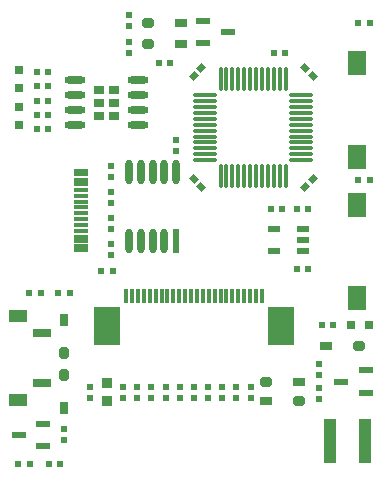
<source format=gbp>
G04*
G04 #@! TF.GenerationSoftware,Altium Limited,Altium Designer,23.4.1 (23)*
G04*
G04 Layer_Color=128*
%FSLAX25Y25*%
%MOIN*%
G70*
G04*
G04 #@! TF.SameCoordinates,517BF390-C1E0-4631-B7DD-1789FC60F1BE*
G04*
G04*
G04 #@! TF.FilePolarity,Positive*
G04*
G01*
G75*
%ADD43R,0.04331X0.14567*%
%ADD44R,0.01181X0.04724*%
%ADD45R,0.08661X0.12992*%
%ADD46R,0.03347X0.03543*%
%ADD47R,0.02165X0.02362*%
%ADD48O,0.02362X0.08268*%
%ADD49R,0.02362X0.08268*%
%ADD50R,0.02362X0.02165*%
%ADD51R,0.04134X0.02362*%
%ADD52O,0.08268X0.01181*%
%ADD53O,0.01181X0.08268*%
%ADD55O,0.07087X0.02400*%
%ADD56R,0.03937X0.03150*%
G04:AMPARAMS|DCode=57|XSize=39.37mil|YSize=31.5mil|CornerRadius=0mil|HoleSize=0mil|Usage=FLASHONLY|Rotation=0.000|XOffset=0mil|YOffset=0mil|HoleType=Round|Shape=Octagon|*
%AMOCTAGOND57*
4,1,8,0.01968,-0.00787,0.01968,0.00787,0.01181,0.01575,-0.01181,0.01575,-0.01968,0.00787,-0.01968,-0.00787,-0.01181,-0.01575,0.01181,-0.01575,0.01968,-0.00787,0.0*
%
%ADD57OCTAGOND57*%

%ADD58R,0.05906X0.03150*%
%ADD59R,0.05906X0.04331*%
%ADD60R,0.05906X0.07874*%
G04:AMPARAMS|DCode=61|XSize=23.62mil|YSize=21.65mil|CornerRadius=0mil|HoleSize=0mil|Usage=FLASHONLY|Rotation=45.000|XOffset=0mil|YOffset=0mil|HoleType=Round|Shape=Rectangle|*
%AMROTATEDRECTD61*
4,1,4,-0.00070,-0.01601,-0.01601,-0.00070,0.00070,0.01601,0.01601,0.00070,-0.00070,-0.01601,0.0*
%
%ADD61ROTATEDRECTD61*%

G04:AMPARAMS|DCode=62|XSize=23.62mil|YSize=21.65mil|CornerRadius=0mil|HoleSize=0mil|Usage=FLASHONLY|Rotation=315.000|XOffset=0mil|YOffset=0mil|HoleType=Round|Shape=Rectangle|*
%AMROTATEDRECTD62*
4,1,4,-0.01601,0.00070,-0.00070,0.01601,0.01601,-0.00070,0.00070,-0.01601,-0.01601,0.00070,0.0*
%
%ADD62ROTATEDRECTD62*%

%ADD64R,0.05118X0.02362*%
%ADD65R,0.03150X0.03937*%
G04:AMPARAMS|DCode=66|XSize=39.37mil|YSize=31.5mil|CornerRadius=0mil|HoleSize=0mil|Usage=FLASHONLY|Rotation=90.000|XOffset=0mil|YOffset=0mil|HoleType=Round|Shape=Octagon|*
%AMOCTAGOND66*
4,1,8,0.00787,0.01968,-0.00787,0.01968,-0.01575,0.01181,-0.01575,-0.01181,-0.00787,-0.01968,0.00787,-0.01968,0.01575,-0.01181,0.01575,0.01181,0.00787,0.01968,0.0*
%
%ADD66OCTAGOND66*%

%ADD67R,0.03000X0.03000*%
%ADD68R,0.03000X0.03000*%
%ADD69R,0.04528X0.01181*%
%ADD70R,0.04520X0.01180*%
%ADD101R,0.03543X0.02756*%
D43*
X120079Y11811D02*
D03*
X108268D02*
D03*
D44*
X40355Y60102D02*
D03*
X42320D02*
D03*
X44290D02*
D03*
X46260D02*
D03*
X48230D02*
D03*
X50200D02*
D03*
X52170D02*
D03*
X54135D02*
D03*
X56100D02*
D03*
X58070D02*
D03*
X60040D02*
D03*
X62010D02*
D03*
X63980D02*
D03*
X65945D02*
D03*
X67915D02*
D03*
X69880D02*
D03*
X71850D02*
D03*
X73820D02*
D03*
X75790D02*
D03*
X77760D02*
D03*
X79730D02*
D03*
X81690D02*
D03*
X83660D02*
D03*
X85630D02*
D03*
D45*
X92130Y50134D02*
D03*
X33855Y50160D02*
D03*
D46*
X33858Y30992D02*
D03*
Y24889D02*
D03*
D47*
X35433Y91043D02*
D03*
Y94784D02*
D03*
X39370Y26071D02*
D03*
Y29811D02*
D03*
X58268Y26071D02*
D03*
Y29811D02*
D03*
X104724Y29429D02*
D03*
Y25689D02*
D03*
X19685Y11909D02*
D03*
Y15650D02*
D03*
X72441Y26071D02*
D03*
Y29811D02*
D03*
X77165Y26071D02*
D03*
Y29811D02*
D03*
X53543Y26071D02*
D03*
Y29811D02*
D03*
X67716Y26071D02*
D03*
Y29811D02*
D03*
X28346Y26071D02*
D03*
Y29811D02*
D03*
X62992Y26071D02*
D03*
Y29811D02*
D03*
X81890Y26071D02*
D03*
Y29811D02*
D03*
X57087Y108366D02*
D03*
Y112106D02*
D03*
X44094Y26071D02*
D03*
Y29811D02*
D03*
X104724Y37303D02*
D03*
Y33563D02*
D03*
X48819Y26071D02*
D03*
Y29811D02*
D03*
X35433Y73721D02*
D03*
Y77461D02*
D03*
Y103445D02*
D03*
Y99705D02*
D03*
Y82382D02*
D03*
Y86122D02*
D03*
X41500Y150130D02*
D03*
Y153870D02*
D03*
Y141130D02*
D03*
Y144870D02*
D03*
D48*
X57087Y101264D02*
D03*
X53150D02*
D03*
X41339Y78264D02*
D03*
Y101264D02*
D03*
X45276D02*
D03*
X49213D02*
D03*
X45276Y78264D02*
D03*
X49213D02*
D03*
X53150D02*
D03*
D49*
X57087D02*
D03*
D50*
X88681Y88976D02*
D03*
X92421D02*
D03*
X97342Y68898D02*
D03*
X101083D02*
D03*
X101083Y88976D02*
D03*
X97342D02*
D03*
X8169Y3937D02*
D03*
X4429D02*
D03*
X14665D02*
D03*
X18406D02*
D03*
X11876Y61024D02*
D03*
X8136D02*
D03*
X89630Y141000D02*
D03*
X93370D02*
D03*
X17815Y61024D02*
D03*
X21555D02*
D03*
X55020Y137795D02*
D03*
X51279D02*
D03*
X105630Y50500D02*
D03*
X109370D02*
D03*
X121555Y151181D02*
D03*
X117815D02*
D03*
X14469Y134646D02*
D03*
X10728D02*
D03*
X14469Y125197D02*
D03*
X10728D02*
D03*
X10728Y120472D02*
D03*
X14469D02*
D03*
X14469Y115748D02*
D03*
X10728D02*
D03*
X14469Y129921D02*
D03*
X10728D02*
D03*
X117815Y98819D02*
D03*
X121555D02*
D03*
X32130Y68500D02*
D03*
X35870D02*
D03*
D51*
X89764Y82480D02*
D03*
Y75000D02*
D03*
X99213D02*
D03*
Y78740D02*
D03*
Y82480D02*
D03*
D52*
X98819Y126969D02*
D03*
Y125000D02*
D03*
Y123031D02*
D03*
Y121063D02*
D03*
Y119095D02*
D03*
Y117126D02*
D03*
Y115157D02*
D03*
Y113189D02*
D03*
Y111221D02*
D03*
Y109252D02*
D03*
Y107283D02*
D03*
Y105315D02*
D03*
X66535D02*
D03*
Y107283D02*
D03*
Y109252D02*
D03*
Y111221D02*
D03*
Y113189D02*
D03*
Y115157D02*
D03*
Y117126D02*
D03*
Y119095D02*
D03*
Y121063D02*
D03*
Y123031D02*
D03*
Y125000D02*
D03*
Y126969D02*
D03*
D53*
X93504Y100000D02*
D03*
X91535D02*
D03*
X89567D02*
D03*
X87598D02*
D03*
X85630D02*
D03*
X83661D02*
D03*
X81693D02*
D03*
X79724D02*
D03*
X77756D02*
D03*
X75787D02*
D03*
X73819D02*
D03*
X71850D02*
D03*
Y132283D02*
D03*
X73819D02*
D03*
X75787D02*
D03*
X77756D02*
D03*
X79724D02*
D03*
X81693D02*
D03*
X83661D02*
D03*
X85630D02*
D03*
X87598D02*
D03*
X89567D02*
D03*
X91535D02*
D03*
X93504D02*
D03*
D55*
X23425Y116909D02*
D03*
Y121909D02*
D03*
Y126909D02*
D03*
Y131909D02*
D03*
X44291Y116909D02*
D03*
Y121909D02*
D03*
Y126909D02*
D03*
Y131909D02*
D03*
D56*
X107087Y43307D02*
D03*
X98032Y31496D02*
D03*
X58661Y144095D02*
D03*
X87008Y25197D02*
D03*
X58661Y151181D02*
D03*
D57*
X118110Y43307D02*
D03*
X87008Y31496D02*
D03*
X47638Y144095D02*
D03*
X98032Y25197D02*
D03*
X47638Y151181D02*
D03*
D58*
X12205Y47638D02*
D03*
Y31102D02*
D03*
D59*
X4331Y53445D02*
D03*
Y25295D02*
D03*
D60*
X117323Y106547D02*
D03*
X117401Y137779D02*
D03*
X117323Y59303D02*
D03*
X117401Y90535D02*
D03*
D61*
X99859Y96315D02*
D03*
X102503Y98960D02*
D03*
X65496Y135968D02*
D03*
X62851Y133323D02*
D03*
D62*
X99859Y135968D02*
D03*
X102503Y133323D02*
D03*
X62851Y98960D02*
D03*
X65496Y96315D02*
D03*
D64*
X112008Y31496D02*
D03*
X120276Y27756D02*
D03*
Y35236D02*
D03*
X4528Y13780D02*
D03*
X12795Y10039D02*
D03*
Y17520D02*
D03*
X74213Y148031D02*
D03*
X65945Y151772D02*
D03*
Y144291D02*
D03*
D65*
X19685Y22835D02*
D03*
Y51968D02*
D03*
D66*
Y33858D02*
D03*
Y40945D02*
D03*
D67*
X4725Y135500D02*
D03*
Y129500D02*
D03*
Y123000D02*
D03*
Y117000D02*
D03*
D68*
X121500Y50500D02*
D03*
X115500D02*
D03*
D69*
X25491Y101771D02*
D03*
Y100591D02*
D03*
X25491Y98623D02*
D03*
Y97441D02*
D03*
X25491Y95472D02*
D03*
Y91536D02*
D03*
X25485Y89566D02*
D03*
X25491Y87598D02*
D03*
X25484Y85629D02*
D03*
X25493Y83662D02*
D03*
X25475Y79724D02*
D03*
Y78544D02*
D03*
X25485Y76574D02*
D03*
Y75393D02*
D03*
D70*
X25491Y93504D02*
D03*
X25491Y81693D02*
D03*
D101*
X36319Y128740D02*
D03*
X31299D02*
D03*
Y124409D02*
D03*
X36319D02*
D03*
X31299Y120079D02*
D03*
X36319D02*
D03*
M02*

</source>
